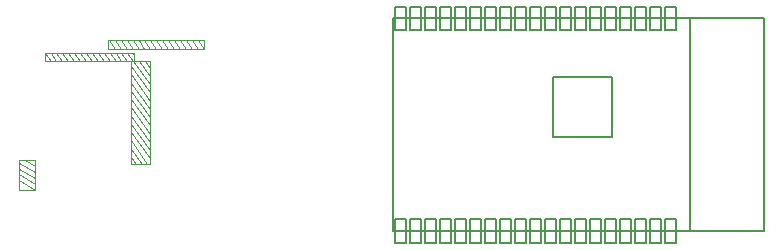
<source format=gbr>
G04 #@! TF.GenerationSoftware,KiCad,Pcbnew,(5.0.0)*
G04 #@! TF.CreationDate,2018-09-27T22:09:19+02:00*
G04 #@! TF.ProjectId,G3,47332E6B696361645F70636200000000,rev?*
G04 #@! TF.SameCoordinates,Original*
G04 #@! TF.FileFunction,Drawing*
%FSLAX46Y46*%
G04 Gerber Fmt 4.6, Leading zero omitted, Abs format (unit mm)*
G04 Created by KiCad (PCBNEW (5.0.0)) date 09/27/18 22:09:19*
%MOMM*%
%LPD*%
G01*
G04 APERTURE LIST*
%ADD10C,0.200000*%
%ADD11C,0.100000*%
G04 APERTURE END LIST*
D10*
G04 #@! TO.C,U301*
X77477000Y-105022000D02*
X76577000Y-105022000D01*
X76577000Y-105022000D02*
X76577000Y-107022000D01*
X79117000Y-107022000D02*
X80017000Y-107022000D01*
X80017000Y-107022000D02*
X80017000Y-105022000D01*
X77847000Y-105022000D02*
X77847000Y-107022000D01*
X77847000Y-107022000D02*
X78747000Y-107022000D01*
X78747000Y-105022000D02*
X77847000Y-105022000D01*
X78747000Y-107022000D02*
X78747000Y-105022000D01*
X76577000Y-107022000D02*
X77477000Y-107022000D01*
X76207000Y-105022000D02*
X75307000Y-105022000D01*
X77477000Y-107022000D02*
X77477000Y-105022000D01*
X84197000Y-107022000D02*
X85097000Y-107022000D01*
X83827000Y-105022000D02*
X82927000Y-105022000D01*
X83827000Y-107022000D02*
X83827000Y-105022000D01*
X81657000Y-105022000D02*
X81657000Y-107022000D01*
X81657000Y-107022000D02*
X82557000Y-107022000D01*
X61137000Y-106022000D02*
X92537000Y-106022000D01*
X80387000Y-105022000D02*
X80387000Y-107022000D01*
X82927000Y-105022000D02*
X82927000Y-107022000D01*
X84197000Y-105022000D02*
X84197000Y-107022000D01*
X86237000Y-106022000D02*
X86237000Y-124022000D01*
X85097000Y-107022000D02*
X85097000Y-105022000D01*
X85097000Y-105022000D02*
X84197000Y-105022000D01*
X82557000Y-105022000D02*
X81657000Y-105022000D01*
X82557000Y-107022000D02*
X82557000Y-105022000D01*
X81287000Y-105022000D02*
X80387000Y-105022000D01*
X80387000Y-107022000D02*
X81287000Y-107022000D01*
X92537000Y-124022000D02*
X61137000Y-124022000D01*
X82927000Y-107022000D02*
X83827000Y-107022000D01*
X81287000Y-107022000D02*
X81287000Y-105022000D01*
X80017000Y-105022000D02*
X79117000Y-105022000D01*
X92537000Y-106022000D02*
X92537000Y-124022000D01*
X79117000Y-105022000D02*
X79117000Y-107022000D01*
X61137000Y-124022000D02*
X61137000Y-106022000D01*
X80387000Y-125022000D02*
X80387000Y-123022000D01*
X62607000Y-125022000D02*
X62607000Y-123022000D01*
X62607000Y-123022000D02*
X63507000Y-123022000D01*
X80017000Y-125022000D02*
X79117000Y-125022000D01*
X81287000Y-123022000D02*
X81287000Y-125022000D01*
X67317000Y-125022000D02*
X66417000Y-125022000D01*
X66047000Y-123022000D02*
X66047000Y-125022000D01*
X81657000Y-125022000D02*
X81657000Y-123022000D01*
X62237000Y-125022000D02*
X61337000Y-125022000D01*
X63507000Y-125022000D02*
X62607000Y-125022000D01*
X81657000Y-123022000D02*
X82557000Y-123022000D01*
X82557000Y-123022000D02*
X82557000Y-125022000D01*
X66417000Y-123022000D02*
X67317000Y-123022000D01*
X61337000Y-123022000D02*
X62237000Y-123022000D01*
X65147000Y-123022000D02*
X66047000Y-123022000D01*
X79647000Y-116022000D02*
X79647000Y-111022000D01*
X79647000Y-111022000D02*
X74647000Y-111022000D01*
X80387000Y-123022000D02*
X81287000Y-123022000D01*
X74647000Y-111022000D02*
X74647000Y-116022000D01*
X81287000Y-125022000D02*
X80387000Y-125022000D01*
X74647000Y-116022000D02*
X79647000Y-116022000D01*
X63507000Y-123022000D02*
X63507000Y-125022000D01*
X62237000Y-123022000D02*
X62237000Y-125022000D01*
X66047000Y-125022000D02*
X65147000Y-125022000D01*
X64777000Y-125022000D02*
X63877000Y-125022000D01*
X67317000Y-123022000D02*
X67317000Y-125022000D01*
X64777000Y-123022000D02*
X64777000Y-125022000D01*
X66417000Y-125022000D02*
X66417000Y-123022000D01*
X63877000Y-125022000D02*
X63877000Y-123022000D01*
X79117000Y-123022000D02*
X80017000Y-123022000D01*
X79117000Y-125022000D02*
X79117000Y-123022000D01*
X80017000Y-123022000D02*
X80017000Y-125022000D01*
X63877000Y-123022000D02*
X64777000Y-123022000D01*
X61337000Y-125022000D02*
X61337000Y-123022000D01*
X65147000Y-125022000D02*
X65147000Y-123022000D01*
X82557000Y-125022000D02*
X81657000Y-125022000D01*
X69857000Y-123022000D02*
X69857000Y-125022000D01*
X83827000Y-125022000D02*
X82927000Y-125022000D01*
X73667000Y-123022000D02*
X73667000Y-125022000D01*
X82927000Y-125022000D02*
X82927000Y-123022000D01*
X82927000Y-123022000D02*
X83827000Y-123022000D01*
X75307000Y-125022000D02*
X75307000Y-123022000D01*
X76207000Y-125022000D02*
X75307000Y-125022000D01*
X68587000Y-123022000D02*
X68587000Y-125022000D01*
X77477000Y-125022000D02*
X76577000Y-125022000D01*
X72767000Y-125022000D02*
X72767000Y-123022000D01*
X77847000Y-125022000D02*
X77847000Y-123022000D01*
X76577000Y-123022000D02*
X77477000Y-123022000D01*
X78747000Y-123022000D02*
X78747000Y-125022000D01*
X77477000Y-123022000D02*
X77477000Y-125022000D01*
X77847000Y-123022000D02*
X78747000Y-123022000D01*
X71497000Y-123022000D02*
X72397000Y-123022000D01*
X83827000Y-123022000D02*
X83827000Y-125022000D01*
X78747000Y-125022000D02*
X77847000Y-125022000D01*
X67687000Y-125022000D02*
X67687000Y-123022000D01*
X74937000Y-123022000D02*
X74937000Y-125022000D01*
X72397000Y-125022000D02*
X71497000Y-125022000D01*
X74937000Y-125022000D02*
X74037000Y-125022000D01*
X84197000Y-123022000D02*
X85097000Y-123022000D01*
X85097000Y-125022000D02*
X84197000Y-125022000D01*
X74037000Y-123022000D02*
X74937000Y-123022000D01*
X71127000Y-125022000D02*
X70227000Y-125022000D01*
X70227000Y-125022000D02*
X70227000Y-123022000D01*
X69857000Y-125022000D02*
X68957000Y-125022000D01*
X75307000Y-123022000D02*
X76207000Y-123022000D01*
X73667000Y-125022000D02*
X72767000Y-125022000D01*
X71497000Y-125022000D02*
X71497000Y-123022000D01*
X84197000Y-125022000D02*
X84197000Y-123022000D01*
X68957000Y-123022000D02*
X69857000Y-123022000D01*
X72767000Y-123022000D02*
X73667000Y-123022000D01*
X62237000Y-107022000D02*
X62237000Y-105022000D01*
X68587000Y-125022000D02*
X67687000Y-125022000D01*
X74037000Y-125022000D02*
X74037000Y-123022000D01*
X71127000Y-123022000D02*
X71127000Y-125022000D01*
X67687000Y-123022000D02*
X68587000Y-123022000D01*
X68957000Y-125022000D02*
X68957000Y-123022000D01*
X76577000Y-125022000D02*
X76577000Y-123022000D01*
X70227000Y-123022000D02*
X71127000Y-123022000D01*
X72397000Y-123022000D02*
X72397000Y-125022000D01*
X85097000Y-123022000D02*
X85097000Y-125022000D01*
X76207000Y-123022000D02*
X76207000Y-125022000D01*
X74037000Y-107022000D02*
X74937000Y-107022000D01*
X75307000Y-107022000D02*
X76207000Y-107022000D01*
X67687000Y-105022000D02*
X67687000Y-107022000D01*
X63507000Y-105022000D02*
X62607000Y-105022000D01*
X68957000Y-105022000D02*
X68957000Y-107022000D01*
X62607000Y-105022000D02*
X62607000Y-107022000D01*
X63507000Y-107022000D02*
X63507000Y-105022000D01*
X74937000Y-105022000D02*
X74037000Y-105022000D01*
X64777000Y-107022000D02*
X64777000Y-105022000D01*
X62607000Y-107022000D02*
X63507000Y-107022000D01*
X61337000Y-105022000D02*
X61337000Y-107022000D01*
X62237000Y-105022000D02*
X61337000Y-105022000D01*
X61337000Y-107022000D02*
X62237000Y-107022000D01*
X72767000Y-107022000D02*
X73667000Y-107022000D01*
X70227000Y-107022000D02*
X71127000Y-107022000D01*
X68587000Y-105022000D02*
X67687000Y-105022000D01*
X63877000Y-107022000D02*
X64777000Y-107022000D01*
X71497000Y-105022000D02*
X71497000Y-107022000D01*
X69857000Y-107022000D02*
X69857000Y-105022000D01*
X73667000Y-107022000D02*
X73667000Y-105022000D01*
X70227000Y-105022000D02*
X70227000Y-107022000D01*
X69857000Y-105022000D02*
X68957000Y-105022000D01*
X68957000Y-107022000D02*
X69857000Y-107022000D01*
X67687000Y-107022000D02*
X68587000Y-107022000D01*
X73667000Y-105022000D02*
X72767000Y-105022000D01*
X71497000Y-107022000D02*
X72397000Y-107022000D01*
X68587000Y-107022000D02*
X68587000Y-105022000D01*
X66417000Y-107022000D02*
X67317000Y-107022000D01*
X75307000Y-105022000D02*
X75307000Y-107022000D01*
X72397000Y-105022000D02*
X71497000Y-105022000D01*
X76207000Y-107022000D02*
X76207000Y-105022000D01*
X71127000Y-105022000D02*
X70227000Y-105022000D01*
X71127000Y-107022000D02*
X71127000Y-105022000D01*
X67317000Y-105022000D02*
X66417000Y-105022000D01*
X67317000Y-107022000D02*
X67317000Y-105022000D01*
X74037000Y-105022000D02*
X74037000Y-107022000D01*
X66047000Y-105022000D02*
X65147000Y-105022000D01*
X65147000Y-105022000D02*
X65147000Y-107022000D01*
X65147000Y-107022000D02*
X66047000Y-107022000D01*
X74937000Y-107022000D02*
X74937000Y-105022000D01*
X72767000Y-105022000D02*
X72767000Y-107022000D01*
X72397000Y-107022000D02*
X72397000Y-105022000D01*
X66417000Y-105022000D02*
X66417000Y-107022000D01*
X66047000Y-107022000D02*
X66047000Y-105022000D01*
X64777000Y-105022000D02*
X63877000Y-105022000D01*
X63877000Y-105022000D02*
X63877000Y-107022000D01*
D11*
G04 #@! TO.C,J401*
X40532914Y-110880540D02*
X39632914Y-109630540D01*
X40532914Y-110180540D02*
X40132914Y-109630540D01*
X40532914Y-112280540D02*
X38932914Y-110055540D01*
X39132914Y-109630540D02*
X40532914Y-111580540D01*
X38632914Y-108930540D02*
X39132914Y-109630540D01*
X39132914Y-108930540D02*
X39232914Y-109080540D01*
X38132914Y-108930540D02*
X38632914Y-109630540D01*
X37632914Y-108930540D02*
X38132914Y-109630540D01*
X37132914Y-108930540D02*
X37632914Y-109630540D01*
X36632914Y-108930540D02*
X37132914Y-109630540D01*
X36132914Y-108930540D02*
X36632914Y-109630540D01*
X35632914Y-108930540D02*
X36132914Y-109630540D01*
X35132914Y-108930540D02*
X35632914Y-109630540D01*
X34632914Y-108930540D02*
X35132914Y-109630540D01*
X34132914Y-108930540D02*
X34632914Y-109630540D01*
X33632914Y-108930540D02*
X34132914Y-109630540D01*
X33132914Y-108930540D02*
X33632914Y-109630540D01*
X32632914Y-108930540D02*
X33132914Y-109630540D01*
X32132914Y-108930540D02*
X32632914Y-109630540D01*
X31632914Y-108930540D02*
X32132914Y-109630540D01*
X37582914Y-108580540D02*
X37082914Y-107830540D01*
X38082914Y-108580540D02*
X37582914Y-107830540D01*
X38582914Y-108580540D02*
X38082914Y-107830540D01*
X39082914Y-108580540D02*
X38582914Y-107830540D01*
X39582914Y-108580540D02*
X39082914Y-107830540D01*
X40082914Y-108580540D02*
X39582914Y-107830540D01*
X40582914Y-108580540D02*
X40082914Y-107830540D01*
X41082914Y-108580540D02*
X40582914Y-107830540D01*
X41582914Y-108580540D02*
X41082914Y-107830540D01*
X42082914Y-108580540D02*
X41582914Y-107830540D01*
X42582914Y-108580540D02*
X42082914Y-107830540D01*
X43082914Y-108580540D02*
X42582914Y-107830540D01*
X43582914Y-108580540D02*
X43082914Y-107830540D01*
X44082914Y-108580540D02*
X43582914Y-107830540D01*
X44582914Y-108580540D02*
X44082914Y-107830540D01*
X45082914Y-108580540D02*
X44582914Y-107830540D01*
X30832914Y-118530540D02*
X29932914Y-117980540D01*
X30832914Y-119030540D02*
X29482914Y-118230540D01*
X30832914Y-119530540D02*
X29482914Y-118730540D01*
X30832914Y-120030540D02*
X29482914Y-119230540D01*
X30832914Y-120530540D02*
X29482914Y-119730540D01*
X37032914Y-107830540D02*
X45082914Y-107830540D01*
X37032914Y-108580540D02*
X37032914Y-107830540D01*
X45082914Y-108580540D02*
X37032914Y-108580540D01*
X45082914Y-107830540D02*
X45082914Y-108580540D01*
X31632914Y-108930540D02*
X39232914Y-108930540D01*
X31632914Y-109630540D02*
X31632914Y-108930540D01*
X40532914Y-109630540D02*
X31632914Y-109630540D01*
X39232914Y-108930540D02*
X39232914Y-109630540D01*
X29482914Y-117980540D02*
X30832914Y-117980540D01*
X29482914Y-120530540D02*
X29482914Y-117980540D01*
X30832914Y-120530540D02*
X29482914Y-120530540D01*
X30832914Y-117980540D02*
X30832914Y-120530540D01*
X38932914Y-118330540D02*
X38932914Y-109630540D01*
X40532914Y-118330540D02*
X38932914Y-118330540D01*
X40532914Y-109630540D02*
X40532914Y-118330540D01*
X40532914Y-112980540D02*
X38932914Y-110755540D01*
X40532914Y-113680540D02*
X38932914Y-111455540D01*
X40532914Y-114380540D02*
X38932914Y-112155540D01*
X40532914Y-115080540D02*
X38932914Y-112855540D01*
X40532914Y-115780540D02*
X38932914Y-113555540D01*
X40532914Y-116480540D02*
X38932914Y-114255540D01*
X40532914Y-117180540D02*
X38932914Y-114955540D01*
X40532914Y-117880540D02*
X38932914Y-115655540D01*
X40332914Y-118330540D02*
X38932914Y-116355540D01*
X39832914Y-118330540D02*
X38932914Y-117055540D01*
X39332914Y-118330540D02*
X38932914Y-117755540D01*
G04 #@! TD*
M02*

</source>
